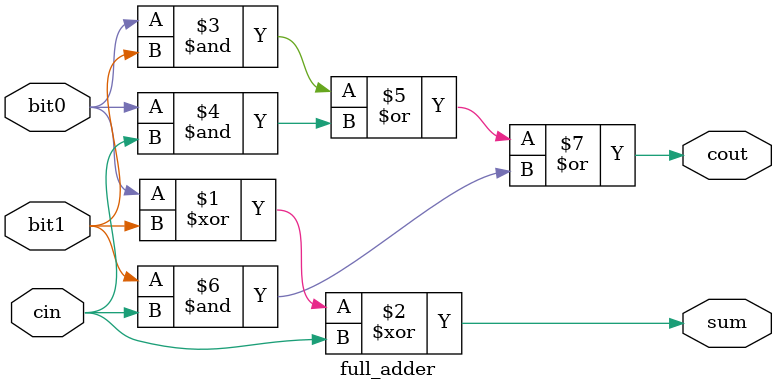
<source format=v>
module main(input [8:0]SW, output [9:0]LEDR);
    wire c1, c2, c3;
    
    //             bit0, bit1, cin, sum, cout
    full_adder u1 (.bit0(SW[0]), .bit1(SW[4]), .cin(SW[8]), .sum(LEDR[0]), .cout(c1));
    full_adder u2 (.bit0(SW[1]), .bit1(SW[5]), .cin(c1), .sum(LEDR[1]), .cout(c2));
    full_adder u3 (.bit0(SW[2]), .bit1(SW[6]), .cin(c2), .sum(LEDR[2]), .cout(c3));
    full_adder u4 (.bit0(SW[3]), .bit1(SW[7]), .cin(c3), .sum(LEDR[3]), .cout(LEDR[9]));
endmodule

module full_adder(input bit0, bit1, cin,
                  output sum, cout);
    assign sum = bit0^bit1^cin;
    assign cout = (bit0&bit1)|(bit0&cin)|(bit1&cin);
endmodule

</source>
